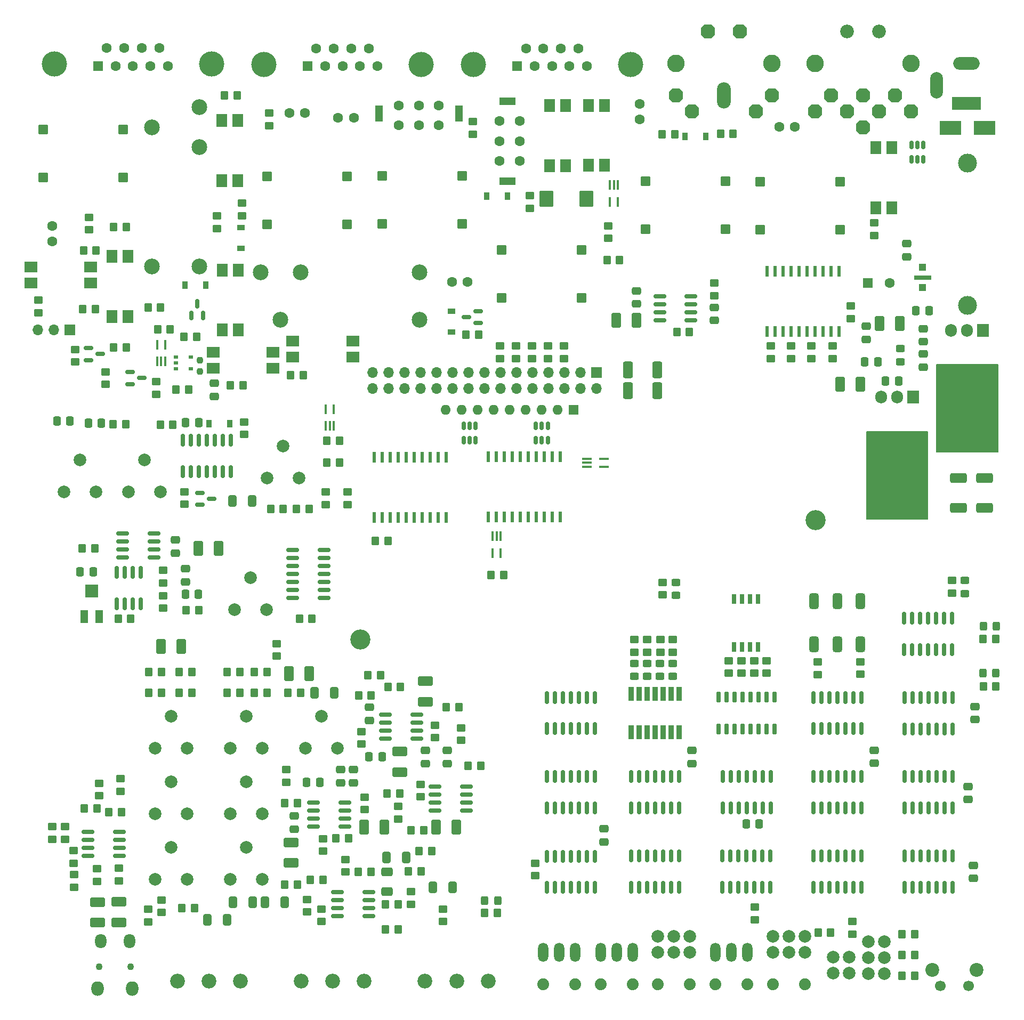
<source format=gts>
G04 #@! TF.GenerationSoftware,KiCad,Pcbnew,6.0.2+dfsg-1*
G04 #@! TF.CreationDate,2023-05-07T21:41:23+02:00*
G04 #@! TF.ProjectId,fm-rpt-control,666d2d72-7074-42d6-936f-6e74726f6c2e,A*
G04 #@! TF.SameCoordinates,Original*
G04 #@! TF.FileFunction,Soldermask,Top*
G04 #@! TF.FilePolarity,Negative*
%FSLAX46Y46*%
G04 Gerber Fmt 4.6, Leading zero omitted, Abs format (unit mm)*
G04 Created by KiCad (PCBNEW 6.0.2+dfsg-1) date 2023-05-07 21:41:23*
%MOMM*%
%LPD*%
G01*
G04 APERTURE LIST*
G04 Aperture macros list*
%AMRoundRect*
0 Rectangle with rounded corners*
0 $1 Rounding radius*
0 $2 $3 $4 $5 $6 $7 $8 $9 X,Y pos of 4 corners*
0 Add a 4 corners polygon primitive as box body*
4,1,4,$2,$3,$4,$5,$6,$7,$8,$9,$2,$3,0*
0 Add four circle primitives for the rounded corners*
1,1,$1+$1,$2,$3*
1,1,$1+$1,$4,$5*
1,1,$1+$1,$6,$7*
1,1,$1+$1,$8,$9*
0 Add four rect primitives between the rounded corners*
20,1,$1+$1,$2,$3,$4,$5,0*
20,1,$1+$1,$4,$5,$6,$7,0*
20,1,$1+$1,$6,$7,$8,$9,0*
20,1,$1+$1,$8,$9,$2,$3,0*%
%AMFreePoly0*
4,1,25,0.555019,1.072796,0.567142,1.062442,1.062442,0.567142,1.090949,0.511194,1.092200,0.495300,1.092200,-0.495300,1.072796,-0.555019,1.062442,-0.567142,0.567142,-1.062442,0.511194,-1.090949,0.495300,-1.092200,-0.495300,-1.092200,-0.555019,-1.072796,-0.567142,-1.062442,-1.062442,-0.567142,-1.090949,-0.511194,-1.092200,-0.495300,-1.092200,0.495300,-1.072796,0.555019,-1.062442,0.567142,
-0.567142,1.062442,-0.511194,1.090949,-0.495300,1.092200,0.495300,1.092200,0.555019,1.072796,0.555019,1.072796,$1*%
G04 Aperture macros list end*
%ADD10C,0.150000*%
%ADD11C,0.010000*%
%ADD12R,0.533400X1.803400*%
%ADD13R,1.300000X2.000000*%
%ADD14R,2.000000X2.000000*%
%ADD15C,2.000000*%
%ADD16RoundRect,0.150000X-0.150000X0.825000X-0.150000X-0.825000X0.150000X-0.825000X0.150000X0.825000X0*%
%ADD17RoundRect,0.250000X0.350000X0.450000X-0.350000X0.450000X-0.350000X-0.450000X0.350000X-0.450000X0*%
%ADD18RoundRect,0.250000X-0.350000X-0.450000X0.350000X-0.450000X0.350000X0.450000X-0.350000X0.450000X0*%
%ADD19RoundRect,0.250000X0.450000X-0.350000X0.450000X0.350000X-0.450000X0.350000X-0.450000X-0.350000X0*%
%ADD20RoundRect,0.250000X-0.450000X0.350000X-0.450000X-0.350000X0.450000X-0.350000X0.450000X0.350000X0*%
%ADD21RoundRect,0.150000X-0.825000X-0.150000X0.825000X-0.150000X0.825000X0.150000X-0.825000X0.150000X0*%
%ADD22RoundRect,0.150000X0.825000X0.150000X-0.825000X0.150000X-0.825000X-0.150000X0.825000X-0.150000X0*%
%ADD23RoundRect,0.250000X0.337500X0.475000X-0.337500X0.475000X-0.337500X-0.475000X0.337500X-0.475000X0*%
%ADD24RoundRect,0.250001X-0.499999X-0.924999X0.499999X-0.924999X0.499999X0.924999X-0.499999X0.924999X0*%
%ADD25RoundRect,0.250000X-0.475000X0.337500X-0.475000X-0.337500X0.475000X-0.337500X0.475000X0.337500X0*%
%ADD26RoundRect,0.250000X0.475000X-0.337500X0.475000X0.337500X-0.475000X0.337500X-0.475000X-0.337500X0*%
%ADD27RoundRect,0.250000X-0.337500X-0.475000X0.337500X-0.475000X0.337500X0.475000X-0.337500X0.475000X0*%
%ADD28RoundRect,0.250001X0.499999X0.924999X-0.499999X0.924999X-0.499999X-0.924999X0.499999X-0.924999X0*%
%ADD29RoundRect,0.250000X-0.412500X-0.650000X0.412500X-0.650000X0.412500X0.650000X-0.412500X0.650000X0*%
%ADD30C,1.600000*%
%ADD31R,1.200000X2.500000*%
%ADD32R,3.500000X2.300000*%
%ADD33O,1.625600X3.048000*%
%ADD34C,1.879600*%
%ADD35RoundRect,0.150000X0.150000X-0.587500X0.150000X0.587500X-0.150000X0.587500X-0.150000X-0.587500X0*%
%ADD36C,2.794000*%
%ADD37FreePoly0,180.000000*%
%ADD38O,2.184400X4.165600*%
%ADD39RoundRect,0.250000X-0.650000X0.412500X-0.650000X-0.412500X0.650000X-0.412500X0.650000X0.412500X0*%
%ADD40C,4.000000*%
%ADD41R,1.600000X1.600000*%
%ADD42RoundRect,0.250000X-0.450000X0.325000X-0.450000X-0.325000X0.450000X-0.325000X0.450000X0.325000X0*%
%ADD43RoundRect,0.250000X-0.875000X-1.025000X0.875000X-1.025000X0.875000X1.025000X-0.875000X1.025000X0*%
%ADD44O,1.600000X1.600000*%
%ADD45RoundRect,0.250000X0.412500X0.650000X-0.412500X0.650000X-0.412500X-0.650000X0.412500X-0.650000X0*%
%ADD46R,0.400000X1.500000*%
%ADD47R,1.700000X1.700000*%
%ADD48O,1.700000X1.700000*%
%ADD49RoundRect,0.101600X-0.654000X0.654000X-0.654000X-0.654000X0.654000X-0.654000X0.654000X0.654000X0*%
%ADD50RoundRect,0.101600X0.330200X1.016000X-0.330200X1.016000X-0.330200X-1.016000X0.330200X-1.016000X0*%
%ADD51C,2.003200*%
%ADD52RoundRect,0.101600X0.654000X-0.654000X0.654000X0.654000X-0.654000X0.654000X-0.654000X-0.654000X0*%
%ADD53RoundRect,0.150000X0.150000X-0.512500X0.150000X0.512500X-0.150000X0.512500X-0.150000X-0.512500X0*%
%ADD54RoundRect,0.375000X0.375000X-0.875000X0.375000X0.875000X-0.375000X0.875000X-0.375000X-0.875000X0*%
%ADD55C,2.340000*%
%ADD56R,2.500000X1.200000*%
%ADD57R,1.780000X2.000000*%
%ADD58RoundRect,0.237500X0.237500X-0.250000X0.237500X0.250000X-0.237500X0.250000X-0.237500X-0.250000X0*%
%ADD59RoundRect,0.249999X-0.512501X-1.075001X0.512501X-1.075001X0.512501X1.075001X-0.512501X1.075001X0*%
%ADD60R,0.900000X1.200000*%
%ADD61RoundRect,0.150000X-0.587500X-0.150000X0.587500X-0.150000X0.587500X0.150000X-0.587500X0.150000X0*%
%ADD62R,0.700000X0.510000*%
%ADD63C,1.100000*%
%ADD64O,1.800000X2.300000*%
%ADD65O,2.000000X2.300000*%
%ADD66R,1.500000X0.400000*%
%ADD67R,2.000000X1.780000*%
%ADD68C,2.200000*%
%ADD69C,1.700000*%
%ADD70RoundRect,0.150000X0.587500X0.150000X-0.587500X0.150000X-0.587500X-0.150000X0.587500X-0.150000X0*%
%ADD71RoundRect,0.150000X-0.150000X0.725000X-0.150000X-0.725000X0.150000X-0.725000X0.150000X0.725000X0*%
%ADD72RoundRect,0.250001X-0.924999X0.499999X-0.924999X-0.499999X0.924999X-0.499999X0.924999X0.499999X0*%
%ADD73RoundRect,0.249999X-1.075001X0.512501X-1.075001X-0.512501X1.075001X-0.512501X1.075001X0.512501X0*%
%ADD74RoundRect,0.250000X-0.325000X-0.450000X0.325000X-0.450000X0.325000X0.450000X-0.325000X0.450000X0*%
%ADD75RoundRect,0.250001X0.924999X-0.499999X0.924999X0.499999X-0.924999X0.499999X-0.924999X-0.499999X0*%
%ADD76C,3.200000*%
%ADD77O,3.500000X3.500000*%
%ADD78R,1.905000X2.000000*%
%ADD79O,1.905000X2.000000*%
%ADD80R,1.200000X0.900000*%
%ADD81R,4.600000X2.000000*%
%ADD82O,4.200000X2.000000*%
%ADD83O,2.000000X4.200000*%
%ADD84C,3.000000*%
%ADD85C,2.500000*%
%ADD86R,0.760000X1.600000*%
%ADD87RoundRect,0.250000X0.450000X-0.325000X0.450000X0.325000X-0.450000X0.325000X-0.450000X-0.325000X0*%
%ADD88C,2.184400*%
G04 APERTURE END LIST*
D10*
X150890000Y-81660000D02*
X160580000Y-81660000D01*
X160580000Y-81660000D02*
X160580000Y-95560000D01*
X160580000Y-95560000D02*
X150890000Y-95560000D01*
X150890000Y-95560000D02*
X150890000Y-81660000D01*
G36*
X150890000Y-81660000D02*
G01*
X160580000Y-81660000D01*
X160580000Y-95560000D01*
X150890000Y-95560000D01*
X150890000Y-81660000D01*
G37*
X162000000Y-70960000D02*
X171690000Y-70960000D01*
X171690000Y-70960000D02*
X171690000Y-84860000D01*
X171690000Y-84860000D02*
X162000000Y-84860000D01*
X162000000Y-84860000D02*
X162000000Y-70960000D01*
G36*
X162000000Y-70960000D02*
G01*
X171690000Y-70960000D01*
X171690000Y-84860000D01*
X162000000Y-84860000D01*
X162000000Y-70960000D01*
G37*
D11*
X160220000Y-55020000D02*
X160220000Y-56020000D01*
X160220000Y-56020000D02*
X159220000Y-56020000D01*
X159220000Y-56020000D02*
X159220000Y-55020000D01*
X159220000Y-55020000D02*
X160220000Y-55020000D01*
G36*
X160220000Y-56020000D02*
G01*
X159220000Y-56020000D01*
X159220000Y-55020000D01*
X160220000Y-55020000D01*
X160220000Y-56020000D01*
G37*
X160220000Y-56020000D02*
X159220000Y-56020000D01*
X159220000Y-55020000D01*
X160220000Y-55020000D01*
X160220000Y-56020000D01*
X160220000Y-58220000D02*
X160220000Y-59220000D01*
X160220000Y-59220000D02*
X159220000Y-59220000D01*
X159220000Y-59220000D02*
X159220000Y-58220000D01*
X159220000Y-58220000D02*
X160220000Y-58220000D01*
G36*
X160220000Y-59220000D02*
G01*
X159220000Y-59220000D01*
X159220000Y-58220000D01*
X160220000Y-58220000D01*
X160220000Y-59220000D01*
G37*
X160220000Y-59220000D02*
X159220000Y-59220000D01*
X159220000Y-58220000D01*
X160220000Y-58220000D01*
X160220000Y-59220000D01*
X161020000Y-56820000D02*
X161020000Y-57420000D01*
X161020000Y-57420000D02*
X158420000Y-57420000D01*
X158420000Y-57420000D02*
X158420000Y-56820000D01*
X158420000Y-56820000D02*
X161020000Y-56820000D01*
G36*
X161020000Y-57420000D02*
G01*
X158420000Y-57420000D01*
X158420000Y-56820000D01*
X161020000Y-56820000D01*
X161020000Y-57420000D01*
G37*
X161020000Y-57420000D02*
X158420000Y-57420000D01*
X158420000Y-56820000D01*
X161020000Y-56820000D01*
X161020000Y-57420000D01*
D12*
X84065000Y-85724800D03*
X82795000Y-85724800D03*
X81525000Y-85724800D03*
X80255000Y-85724800D03*
X78985000Y-85724800D03*
X77715000Y-85724800D03*
X76445000Y-85724800D03*
X75175000Y-85724800D03*
X73905000Y-85724800D03*
X72635000Y-85724800D03*
X72635000Y-95275200D03*
X73905000Y-95275200D03*
X75175000Y-95275200D03*
X76445000Y-95275200D03*
X77715000Y-95275200D03*
X78985000Y-95275200D03*
X80255000Y-95275200D03*
X81525000Y-95275200D03*
X82795000Y-95275200D03*
X84065000Y-95275200D03*
X102201000Y-85616800D03*
X100931000Y-85616800D03*
X99661000Y-85616800D03*
X98391000Y-85616800D03*
X97121000Y-85616800D03*
X95851000Y-85616800D03*
X94581000Y-85616800D03*
X93311000Y-85616800D03*
X92041000Y-85616800D03*
X90771000Y-85616800D03*
X90771000Y-95167200D03*
X92041000Y-95167200D03*
X93311000Y-95167200D03*
X94581000Y-95167200D03*
X95851000Y-95167200D03*
X97121000Y-95167200D03*
X98391000Y-95167200D03*
X99661000Y-95167200D03*
X100931000Y-95167200D03*
X102201000Y-95167200D03*
X135035000Y-65725200D03*
X136305000Y-65725200D03*
X137575000Y-65725200D03*
X138845000Y-65725200D03*
X140115000Y-65725200D03*
X141385000Y-65725200D03*
X142655000Y-65725200D03*
X143925000Y-65725200D03*
X145195000Y-65725200D03*
X146465000Y-65725200D03*
X146465000Y-56174800D03*
X145195000Y-56174800D03*
X143925000Y-56174800D03*
X142655000Y-56174800D03*
X141385000Y-56174800D03*
X140115000Y-56174800D03*
X138845000Y-56174800D03*
X137575000Y-56174800D03*
X136305000Y-56174800D03*
X135035000Y-56174800D03*
D13*
X26650000Y-111000000D03*
D14*
X27800000Y-107000000D03*
D13*
X28950000Y-111000000D03*
D15*
X50460000Y-109955000D03*
X53000000Y-104875000D03*
X55540000Y-109955000D03*
D16*
X35605000Y-104025000D03*
X34335000Y-104025000D03*
X33065000Y-104025000D03*
X31795000Y-104025000D03*
X31795000Y-108975000D03*
X33065000Y-108975000D03*
X34335000Y-108975000D03*
X35605000Y-108975000D03*
D17*
X44800000Y-110000000D03*
X42800000Y-110000000D03*
D18*
X60800000Y-111400000D03*
X62800000Y-111400000D03*
X32000000Y-111400000D03*
X34000000Y-111400000D03*
D19*
X39100000Y-105700000D03*
X39100000Y-103700000D03*
D18*
X26300000Y-100200000D03*
X28300000Y-100200000D03*
D20*
X39100000Y-107700000D03*
X39100000Y-109700000D03*
D21*
X59725000Y-100490000D03*
X59725000Y-101760000D03*
X59725000Y-103030000D03*
X59725000Y-104300000D03*
X59725000Y-105570000D03*
X59725000Y-106840000D03*
X59725000Y-108110000D03*
X64675000Y-108110000D03*
X64675000Y-106840000D03*
X64675000Y-105570000D03*
X64675000Y-104300000D03*
X64675000Y-103030000D03*
X64675000Y-101760000D03*
X64675000Y-100490000D03*
D22*
X32725000Y-101605000D03*
X32725000Y-100335000D03*
X32725000Y-99065000D03*
X32725000Y-97795000D03*
X37675000Y-97795000D03*
X37675000Y-99065000D03*
X37675000Y-100335000D03*
X37675000Y-101605000D03*
D23*
X44737500Y-107500000D03*
X42662500Y-107500000D03*
D24*
X44700000Y-100200000D03*
X47950000Y-100200000D03*
D25*
X41100000Y-98862500D03*
X41100000Y-100937500D03*
D26*
X42700000Y-105537500D03*
X42700000Y-103462500D03*
D27*
X25962500Y-103900000D03*
X28037500Y-103900000D03*
D28*
X114325000Y-63950000D03*
X111075000Y-63950000D03*
D29*
X74637500Y-149352000D03*
X77762500Y-149352000D03*
D30*
X76575000Y-29826000D03*
X79750000Y-29826000D03*
X82925000Y-29826000D03*
X76575000Y-33001000D03*
X79750000Y-33001000D03*
X82925000Y-33001000D03*
D31*
X73400000Y-31096000D03*
X86100000Y-31096000D03*
D25*
X157226000Y-51794500D03*
X157226000Y-53869500D03*
D17*
X58200000Y-93900000D03*
X56200000Y-93900000D03*
D28*
X149875000Y-74150000D03*
X146625000Y-74150000D03*
D17*
X89250000Y-66250000D03*
X87250000Y-66250000D03*
X81772000Y-148336000D03*
X79772000Y-148336000D03*
D32*
X169630000Y-33370000D03*
X164230000Y-33370000D03*
D33*
X104550000Y-164400000D03*
X102010000Y-164400000D03*
X99470000Y-164400000D03*
D34*
X104550000Y-169480000D03*
X99470000Y-169480000D03*
D20*
X25000000Y-152050000D03*
X25000000Y-154050000D03*
D15*
X42926000Y-131941000D03*
X40386000Y-126861000D03*
X37846000Y-131941000D03*
D35*
X43630000Y-63207500D03*
X45530000Y-63207500D03*
X44580000Y-61332500D03*
D15*
X54864000Y-142355000D03*
X52324000Y-137275000D03*
X49784000Y-142355000D03*
D36*
X135820000Y-23130000D03*
X120580000Y-23130000D03*
D37*
X120580000Y-28210000D03*
D38*
X128200000Y-28210000D03*
D37*
X135820000Y-28210000D03*
X123120000Y-30750000D03*
X133280000Y-30750000D03*
X130740000Y-18050000D03*
X125660000Y-18050000D03*
D39*
X74676000Y-151638000D03*
X74676000Y-154763000D03*
D19*
X97756000Y-70056000D03*
X97756000Y-68056000D03*
X64262000Y-159496000D03*
X64262000Y-157496000D03*
D16*
X121110000Y-136465000D03*
X119840000Y-136465000D03*
X118570000Y-136465000D03*
X117300000Y-136465000D03*
X116030000Y-136465000D03*
X114760000Y-136465000D03*
X113490000Y-136465000D03*
X113490000Y-141415000D03*
X114760000Y-141415000D03*
X116030000Y-141415000D03*
X117300000Y-141415000D03*
X118570000Y-141415000D03*
X119840000Y-141415000D03*
X121110000Y-141415000D03*
D18*
X72850000Y-99050000D03*
X74850000Y-99050000D03*
D16*
X150070000Y-136455000D03*
X148800000Y-136455000D03*
X147530000Y-136455000D03*
X146260000Y-136455000D03*
X144990000Y-136455000D03*
X143720000Y-136455000D03*
X142450000Y-136455000D03*
X142450000Y-141405000D03*
X143720000Y-141405000D03*
X144990000Y-141405000D03*
X146260000Y-141405000D03*
X147530000Y-141405000D03*
X148800000Y-141405000D03*
X150070000Y-141405000D03*
D18*
X49292000Y-123190000D03*
X51292000Y-123190000D03*
D26*
X159860000Y-71387500D03*
X159860000Y-69312500D03*
D19*
X129000000Y-120050000D03*
X129000000Y-118050000D03*
X32400000Y-138800000D03*
X32400000Y-136800000D03*
D40*
X46850000Y-23280331D03*
X21850000Y-23280331D03*
D41*
X28810000Y-23580331D03*
D30*
X31580000Y-23580331D03*
X34350000Y-23580331D03*
X37120000Y-23580331D03*
X39890000Y-23580331D03*
X30195000Y-20740331D03*
X32965000Y-20740331D03*
X35735000Y-20740331D03*
X38505000Y-20740331D03*
D42*
X120100000Y-118475000D03*
X120100000Y-120525000D03*
D43*
X100000000Y-44700000D03*
X106400000Y-44700000D03*
D26*
X59944000Y-144785500D03*
X59944000Y-142710500D03*
D16*
X121120000Y-149095000D03*
X119850000Y-149095000D03*
X118580000Y-149095000D03*
X117310000Y-149095000D03*
X116040000Y-149095000D03*
X114770000Y-149095000D03*
X113500000Y-149095000D03*
X113500000Y-154045000D03*
X114770000Y-154045000D03*
X116040000Y-154045000D03*
X117310000Y-154045000D03*
X118580000Y-154045000D03*
X119850000Y-154045000D03*
X121120000Y-154045000D03*
D41*
X104375000Y-78200000D03*
D44*
X101835000Y-78200000D03*
X99295000Y-78200000D03*
X96755000Y-78200000D03*
X94215000Y-78200000D03*
X91675000Y-78200000D03*
X89135000Y-78200000D03*
X86595000Y-78200000D03*
X84055000Y-78200000D03*
D18*
X41672000Y-123190000D03*
X43672000Y-123190000D03*
D17*
X43200000Y-74950000D03*
X41200000Y-74950000D03*
D16*
X49860000Y-83025000D03*
X48590000Y-83025000D03*
X47320000Y-83025000D03*
X46050000Y-83025000D03*
X44780000Y-83025000D03*
X43510000Y-83025000D03*
X42240000Y-83025000D03*
X42240000Y-87975000D03*
X43510000Y-87975000D03*
X44780000Y-87975000D03*
X46050000Y-87975000D03*
X47320000Y-87975000D03*
X48590000Y-87975000D03*
X49860000Y-87975000D03*
D17*
X32500000Y-142100000D03*
X30500000Y-142100000D03*
D45*
X58458500Y-156464000D03*
X55333500Y-156464000D03*
D46*
X92750000Y-98270000D03*
X92100000Y-98270000D03*
X91450000Y-98270000D03*
X91450000Y-100930000D03*
X92750000Y-100930000D03*
D15*
X148070000Y-165130000D03*
X145530000Y-165130000D03*
X148070000Y-167670000D03*
X145530000Y-167670000D03*
D46*
X111400000Y-42470000D03*
X110750000Y-42470000D03*
X110100000Y-42470000D03*
X110100000Y-45130000D03*
X111400000Y-45130000D03*
D20*
X135670000Y-68030000D03*
X135670000Y-70030000D03*
D47*
X24335000Y-65500000D03*
D48*
X21795000Y-65500000D03*
X19255000Y-65500000D03*
D20*
X143100000Y-118250000D03*
X143100000Y-120250000D03*
D17*
X67150000Y-86570000D03*
X65150000Y-86570000D03*
D19*
X28950000Y-139500000D03*
X28950000Y-137500000D03*
D16*
X135600000Y-149085000D03*
X134330000Y-149085000D03*
X133060000Y-149085000D03*
X131790000Y-149085000D03*
X130520000Y-149085000D03*
X129250000Y-149085000D03*
X127980000Y-149085000D03*
X127980000Y-154035000D03*
X129250000Y-154035000D03*
X130520000Y-154035000D03*
X131790000Y-154035000D03*
X133060000Y-154035000D03*
X134330000Y-154035000D03*
X135600000Y-154035000D03*
D30*
X114830000Y-29570000D03*
X114830000Y-32070000D03*
D49*
X105615000Y-60375000D03*
X105615000Y-52755000D03*
X92915000Y-60375000D03*
X92915000Y-52755000D03*
D18*
X127690000Y-34320000D03*
X129690000Y-34320000D03*
D30*
X59200000Y-31000000D03*
X61700000Y-31000000D03*
D20*
X71120000Y-139716000D03*
X71120000Y-141716000D03*
D21*
X63057000Y-140573000D03*
X63057000Y-141843000D03*
X63057000Y-143113000D03*
X63057000Y-144383000D03*
X68007000Y-144383000D03*
X68007000Y-143113000D03*
X68007000Y-141843000D03*
X68007000Y-140573000D03*
D20*
X82296000Y-128286000D03*
X82296000Y-130286000D03*
D21*
X27225000Y-145245000D03*
X27225000Y-146515000D03*
X27225000Y-147785000D03*
X27225000Y-149055000D03*
X32175000Y-149055000D03*
X32175000Y-147785000D03*
X32175000Y-146515000D03*
X32175000Y-145245000D03*
D19*
X28600000Y-153100000D03*
X28600000Y-151100000D03*
D18*
X53610000Y-123190000D03*
X55610000Y-123190000D03*
D50*
X121110000Y-123306600D03*
X119840000Y-123306600D03*
X118570000Y-123306600D03*
X117300000Y-123306600D03*
X116030000Y-123306600D03*
X114760000Y-123306600D03*
X113490000Y-123306600D03*
X113490000Y-129453400D03*
X114760000Y-129453400D03*
X116030000Y-129453400D03*
X117300000Y-129453400D03*
X118570000Y-129453400D03*
X119840000Y-129453400D03*
X121110000Y-129453400D03*
D26*
X84300000Y-134387500D03*
X84300000Y-132312500D03*
D51*
X122790000Y-164420000D03*
X120250000Y-164420000D03*
X117710000Y-164420000D03*
X122790000Y-161880000D03*
X120250000Y-161880000D03*
X117710000Y-161880000D03*
D34*
X122790000Y-169500000D03*
X117710000Y-169500000D03*
D27*
X22262500Y-80000000D03*
X24337500Y-80000000D03*
D18*
X31200000Y-80500000D03*
X33200000Y-80500000D03*
D19*
X118500000Y-107600000D03*
X118500000Y-105600000D03*
D18*
X58944000Y-123190000D03*
X60944000Y-123190000D03*
D19*
X92676000Y-70056000D03*
X92676000Y-68056000D03*
X80010000Y-139684000D03*
X80010000Y-137684000D03*
D17*
X76850000Y-122200000D03*
X74850000Y-122200000D03*
D20*
X42550000Y-91200000D03*
X42550000Y-93200000D03*
D52*
X55675000Y-41095000D03*
X55675000Y-48715000D03*
X68375000Y-41095000D03*
X68375000Y-48715000D03*
D53*
X98330000Y-83037500D03*
X99280000Y-83037500D03*
X100230000Y-83037500D03*
X100230000Y-80762500D03*
X99280000Y-80762500D03*
X98330000Y-80762500D03*
D20*
X149883500Y-118200000D03*
X149883500Y-120200000D03*
D16*
X107720000Y-136475000D03*
X106450000Y-136475000D03*
X105180000Y-136475000D03*
X103910000Y-136475000D03*
X102640000Y-136475000D03*
X101370000Y-136475000D03*
X100100000Y-136475000D03*
X100100000Y-141425000D03*
X101370000Y-141425000D03*
X102640000Y-141425000D03*
X103910000Y-141425000D03*
X105180000Y-141425000D03*
X106450000Y-141425000D03*
X107720000Y-141425000D03*
D20*
X58674000Y-135382000D03*
X58674000Y-137382000D03*
D16*
X107710000Y-123895000D03*
X106440000Y-123895000D03*
X105170000Y-123895000D03*
X103900000Y-123895000D03*
X102630000Y-123895000D03*
X101360000Y-123895000D03*
X100090000Y-123895000D03*
X100090000Y-128845000D03*
X101360000Y-128845000D03*
X102630000Y-128845000D03*
X103900000Y-128845000D03*
X105170000Y-128845000D03*
X106440000Y-128845000D03*
X107710000Y-128845000D03*
D54*
X142552000Y-115479000D03*
X146235000Y-115479000D03*
X149918000Y-115479000D03*
X142552000Y-108621000D03*
X146235000Y-108621000D03*
X149918000Y-108621000D03*
D30*
X66950000Y-31800000D03*
X69450000Y-31800000D03*
D45*
X53378500Y-156464000D03*
X50253500Y-156464000D03*
D19*
X24950000Y-150250000D03*
X24950000Y-148250000D03*
D55*
X41450000Y-168950000D03*
X46450000Y-168950000D03*
X51450000Y-168950000D03*
D18*
X70120000Y-151638000D03*
X72120000Y-151638000D03*
D30*
X92576000Y-38675000D03*
X92576000Y-35500000D03*
X92576000Y-32325000D03*
X95751000Y-38675000D03*
X95751000Y-35500000D03*
X95751000Y-32325000D03*
D56*
X93846000Y-41850000D03*
X93846000Y-29150000D03*
D19*
X164450000Y-107300000D03*
X164450000Y-105300000D03*
D18*
X38280000Y-65370000D03*
X40280000Y-65370000D03*
D21*
X74487000Y-126619000D03*
X74487000Y-127889000D03*
X74487000Y-129159000D03*
X74487000Y-130429000D03*
X79437000Y-130429000D03*
X79437000Y-129159000D03*
X79437000Y-127889000D03*
X79437000Y-126619000D03*
D57*
X51070000Y-55985000D03*
X48530000Y-55985000D03*
X48530000Y-65515000D03*
X51070000Y-65515000D03*
D26*
X150850000Y-66987500D03*
X150850000Y-64912500D03*
D58*
X45000000Y-72112500D03*
X45000000Y-70287500D03*
D59*
X112944500Y-71850000D03*
X117619500Y-71850000D03*
D26*
X114325000Y-61362500D03*
X114325000Y-59287500D03*
D57*
X100530000Y-39415000D03*
X103070000Y-39415000D03*
X103070000Y-29885000D03*
X100530000Y-29885000D03*
D21*
X66867000Y-154813000D03*
X66867000Y-156083000D03*
X66867000Y-157353000D03*
X66867000Y-158623000D03*
X71817000Y-158623000D03*
X71817000Y-157353000D03*
X71817000Y-156083000D03*
X71817000Y-154813000D03*
D17*
X50900000Y-28200000D03*
X48900000Y-28200000D03*
D47*
X107939000Y-72265000D03*
D48*
X107939000Y-74805000D03*
X105399000Y-72265000D03*
X105399000Y-74805000D03*
X102859000Y-72265000D03*
X102859000Y-74805000D03*
X100319000Y-72265000D03*
X100319000Y-74805000D03*
X97779000Y-72265000D03*
X97779000Y-74805000D03*
X95239000Y-72265000D03*
X95239000Y-74805000D03*
X92699000Y-72265000D03*
X92699000Y-74805000D03*
X90159000Y-72265000D03*
X90159000Y-74805000D03*
X87619000Y-72265000D03*
X87619000Y-74805000D03*
X85079000Y-72265000D03*
X85079000Y-74805000D03*
X82539000Y-72265000D03*
X82539000Y-74805000D03*
X79999000Y-72265000D03*
X79999000Y-74805000D03*
X77459000Y-72265000D03*
X77459000Y-74805000D03*
X74919000Y-72265000D03*
X74919000Y-74805000D03*
X72379000Y-72265000D03*
X72379000Y-74805000D03*
D16*
X164540000Y-136475000D03*
X163270000Y-136475000D03*
X162000000Y-136475000D03*
X160730000Y-136475000D03*
X159460000Y-136475000D03*
X158190000Y-136475000D03*
X156920000Y-136475000D03*
X156920000Y-141425000D03*
X158190000Y-141425000D03*
X159460000Y-141425000D03*
X160730000Y-141425000D03*
X162000000Y-141425000D03*
X163270000Y-141425000D03*
X164540000Y-141425000D03*
D57*
X106730000Y-39365000D03*
X109270000Y-39365000D03*
X109270000Y-29835000D03*
X106730000Y-29835000D03*
D15*
X28440000Y-91200000D03*
X25900000Y-86120000D03*
X23360000Y-91200000D03*
D52*
X115735000Y-41905000D03*
X115735000Y-49525000D03*
X128435000Y-41905000D03*
X128435000Y-49525000D03*
D60*
X93800000Y-44200000D03*
X90500000Y-44200000D03*
D52*
X73925000Y-41045000D03*
X73925000Y-48665000D03*
X86625000Y-41045000D03*
X86625000Y-48665000D03*
D19*
X32100000Y-153000000D03*
X32100000Y-151000000D03*
D61*
X44962500Y-91400000D03*
X44962500Y-93300000D03*
X46837500Y-92350000D03*
D18*
X71644000Y-120396000D03*
X73644000Y-120396000D03*
D30*
X21520000Y-51450000D03*
X21520000Y-48950000D03*
D62*
X41190000Y-69800000D03*
X41190000Y-70750000D03*
X41190000Y-71700000D03*
X43510000Y-71700000D03*
X43510000Y-69800000D03*
D42*
X120550000Y-105625000D03*
X120550000Y-107675000D03*
D24*
X59081000Y-120142000D03*
X62331000Y-120142000D03*
D63*
X34000000Y-166625000D03*
X29000000Y-166625000D03*
D64*
X29200000Y-162625000D03*
X33800000Y-162625000D03*
D65*
X28750000Y-170125000D03*
X34250000Y-170125000D03*
D19*
X61976000Y-157972000D03*
X61976000Y-155972000D03*
D66*
X106470000Y-85950000D03*
X106470000Y-86600000D03*
X106470000Y-87250000D03*
X109130000Y-87250000D03*
X109130000Y-85950000D03*
D67*
X27635000Y-58060000D03*
X27635000Y-55520000D03*
X18105000Y-55520000D03*
X18105000Y-58060000D03*
D57*
X50970000Y-32255000D03*
X48430000Y-32255000D03*
X48430000Y-41785000D03*
X50970000Y-41785000D03*
D45*
X85112500Y-154050000D03*
X81987500Y-154050000D03*
D68*
X161350000Y-167200000D03*
X168350000Y-167200000D03*
D69*
X167100000Y-169700000D03*
X162600000Y-169700000D03*
D19*
X27400000Y-49610000D03*
X27400000Y-47610000D03*
D67*
X47085000Y-69080000D03*
X47085000Y-71620000D03*
X56615000Y-71620000D03*
X56615000Y-69080000D03*
D19*
X113950000Y-116700000D03*
X113950000Y-114700000D03*
D26*
X67310000Y-137435500D03*
X67310000Y-135360500D03*
D18*
X36846000Y-119888000D03*
X38846000Y-119888000D03*
D19*
X131000000Y-120050000D03*
X131000000Y-118050000D03*
D60*
X122070000Y-34730000D03*
X125370000Y-34730000D03*
D19*
X102836000Y-70056000D03*
X102836000Y-68056000D03*
D53*
X158000000Y-38375000D03*
X158950000Y-38375000D03*
X159900000Y-38375000D03*
X159900000Y-36100000D03*
X158950000Y-36100000D03*
X158000000Y-36100000D03*
D20*
X38850000Y-156050000D03*
X38850000Y-158050000D03*
D19*
X97350000Y-46150000D03*
X97350000Y-44150000D03*
D17*
X68564000Y-146304000D03*
X66564000Y-146304000D03*
D20*
X78486000Y-154740500D03*
X78486000Y-156740500D03*
D19*
X148575000Y-161500000D03*
X148575000Y-159500000D03*
D25*
X168050000Y-125312500D03*
X168050000Y-127387500D03*
D70*
X89185500Y-64424000D03*
X89185500Y-62524000D03*
X87310500Y-63474000D03*
D23*
X73935500Y-133350000D03*
X71860500Y-133350000D03*
D21*
X82361000Y-138049000D03*
X82361000Y-139319000D03*
X82361000Y-140589000D03*
X82361000Y-141859000D03*
X87311000Y-141859000D03*
X87311000Y-140589000D03*
X87311000Y-139319000D03*
X87311000Y-138049000D03*
D18*
X42100000Y-157350000D03*
X44100000Y-157350000D03*
D42*
X166500000Y-105325000D03*
X166500000Y-107375000D03*
D16*
X164500000Y-123935000D03*
X163230000Y-123935000D03*
X161960000Y-123935000D03*
X160690000Y-123935000D03*
X159420000Y-123935000D03*
X158150000Y-123935000D03*
X156880000Y-123935000D03*
X156880000Y-128885000D03*
X158150000Y-128885000D03*
X159420000Y-128885000D03*
X160690000Y-128885000D03*
X161960000Y-128885000D03*
X163230000Y-128885000D03*
X164500000Y-128885000D03*
D18*
X109650000Y-54400000D03*
X111650000Y-54400000D03*
D15*
X38700000Y-91200000D03*
X36160000Y-86120000D03*
X33620000Y-91200000D03*
D71*
X136275000Y-123795000D03*
X135005000Y-123795000D03*
X133735000Y-123795000D03*
X132465000Y-123795000D03*
X131195000Y-123795000D03*
X129925000Y-123795000D03*
X128655000Y-123795000D03*
X127385000Y-123795000D03*
X127385000Y-128945000D03*
X128655000Y-128945000D03*
X129925000Y-128945000D03*
X131195000Y-128945000D03*
X132465000Y-128945000D03*
X133735000Y-128945000D03*
X135005000Y-128945000D03*
X136275000Y-128945000D03*
D15*
X60740000Y-89055000D03*
X58200000Y-83975000D03*
X55660000Y-89055000D03*
D23*
X133837500Y-144000000D03*
X131762500Y-144000000D03*
D18*
X53610000Y-119888000D03*
X55610000Y-119888000D03*
D20*
X98250000Y-150200000D03*
X98250000Y-152200000D03*
D15*
X42926000Y-142355000D03*
X40386000Y-137275000D03*
X37846000Y-142355000D03*
D46*
X64950000Y-80750000D03*
X65600000Y-80750000D03*
X66250000Y-80750000D03*
X66250000Y-78090000D03*
X64950000Y-78090000D03*
D19*
X68450000Y-93250000D03*
X68450000Y-91250000D03*
D27*
X27262500Y-80300000D03*
X29337500Y-80300000D03*
D17*
X51800000Y-74300000D03*
X49800000Y-74300000D03*
D20*
X23530000Y-144440000D03*
X23530000Y-146440000D03*
D18*
X156500000Y-168148000D03*
X158500000Y-168148000D03*
D72*
X28700000Y-156425000D03*
X28700000Y-159675000D03*
D28*
X85699000Y-144526000D03*
X82449000Y-144526000D03*
D15*
X42926000Y-152769000D03*
X40386000Y-147689000D03*
X37846000Y-152769000D03*
D18*
X31258000Y-68326000D03*
X33258000Y-68326000D03*
D23*
X44787500Y-80250000D03*
X42712500Y-80250000D03*
D18*
X156500000Y-164800000D03*
X158500000Y-164800000D03*
D20*
X38000000Y-73700000D03*
X38000000Y-75700000D03*
D17*
X120380000Y-34380000D03*
X118380000Y-34380000D03*
D19*
X51660000Y-47380000D03*
X51660000Y-45380000D03*
D25*
X167850000Y-150562500D03*
X167850000Y-152637500D03*
D27*
X61954500Y-137398000D03*
X64029500Y-137398000D03*
D15*
X54864000Y-152769000D03*
X52324000Y-147689000D03*
X49784000Y-152769000D03*
D17*
X72200000Y-123550000D03*
X70200000Y-123550000D03*
D18*
X42460000Y-66580000D03*
X44460000Y-66580000D03*
D17*
X61375000Y-72650000D03*
X59375000Y-72650000D03*
D18*
X143175000Y-161290000D03*
X145175000Y-161290000D03*
D73*
X169650000Y-89062500D03*
X169650000Y-93737500D03*
D19*
X86450000Y-130700000D03*
X86450000Y-128700000D03*
D16*
X150060000Y-149085000D03*
X148790000Y-149085000D03*
X147520000Y-149085000D03*
X146250000Y-149085000D03*
X144980000Y-149085000D03*
X143710000Y-149085000D03*
X142440000Y-149085000D03*
X142440000Y-154035000D03*
X143710000Y-154035000D03*
X144980000Y-154035000D03*
X146250000Y-154035000D03*
X147520000Y-154035000D03*
X148790000Y-154035000D03*
X150060000Y-154035000D03*
D20*
X133150000Y-157200000D03*
X133150000Y-159200000D03*
D27*
X158692500Y-62470000D03*
X160767500Y-62470000D03*
D29*
X50137500Y-92700000D03*
X53262500Y-92700000D03*
D74*
X90225000Y-156200000D03*
X92275000Y-156200000D03*
D16*
X150050000Y-123905000D03*
X148780000Y-123905000D03*
X147510000Y-123905000D03*
X146240000Y-123905000D03*
X144970000Y-123905000D03*
X143700000Y-123905000D03*
X142430000Y-123905000D03*
X142430000Y-128855000D03*
X143700000Y-128855000D03*
X144970000Y-128855000D03*
X146240000Y-128855000D03*
X147510000Y-128855000D03*
X148780000Y-128855000D03*
X150050000Y-128855000D03*
D17*
X62300000Y-93900000D03*
X60300000Y-93900000D03*
D19*
X83566000Y-159496000D03*
X83566000Y-157496000D03*
D75*
X80772000Y-124561000D03*
X80772000Y-121311000D03*
D18*
X36750000Y-61900000D03*
X38750000Y-61900000D03*
X78100000Y-151525000D03*
X80100000Y-151525000D03*
D15*
X66802000Y-131941000D03*
X64262000Y-126861000D03*
X61722000Y-131941000D03*
D21*
X118021250Y-60157500D03*
X118021250Y-61427500D03*
X118021250Y-62697500D03*
X118021250Y-63967500D03*
X122971250Y-63967500D03*
X122971250Y-62697500D03*
X122971250Y-61427500D03*
X122971250Y-60157500D03*
D15*
X54864000Y-131941000D03*
X52324000Y-126861000D03*
X49784000Y-131941000D03*
D17*
X86100000Y-125450000D03*
X84100000Y-125450000D03*
D42*
X113950000Y-118475000D03*
X113950000Y-120525000D03*
D18*
X62500000Y-152908000D03*
X64500000Y-152908000D03*
D19*
X95216000Y-70056000D03*
X95216000Y-68056000D03*
D76*
X142800000Y-95700000D03*
D27*
X150600500Y-70612000D03*
X152675500Y-70612000D03*
D18*
X36846000Y-123190000D03*
X38846000Y-123190000D03*
D77*
X166800000Y-82230000D03*
D78*
X169340000Y-65570000D03*
D79*
X166800000Y-65570000D03*
X164260000Y-65570000D03*
D19*
X64950000Y-93250000D03*
X64950000Y-91250000D03*
D74*
X169400000Y-112575000D03*
X171450000Y-112575000D03*
D28*
X156155000Y-64490000D03*
X152905000Y-64490000D03*
D59*
X112944500Y-75152000D03*
X117619500Y-75152000D03*
D17*
X122746250Y-65812500D03*
X120746250Y-65812500D03*
D26*
X47300000Y-76037500D03*
X47300000Y-73962500D03*
D20*
X52000000Y-80100000D03*
X52000000Y-82100000D03*
D42*
X116000000Y-118475000D03*
X116000000Y-120525000D03*
D18*
X49292000Y-119888000D03*
X51292000Y-119888000D03*
D52*
X133975000Y-41915000D03*
X133975000Y-49535000D03*
X146675000Y-41915000D03*
X146675000Y-49535000D03*
D17*
X171375000Y-114625000D03*
X169375000Y-114625000D03*
D19*
X133000000Y-120050000D03*
X133000000Y-118050000D03*
D20*
X76454000Y-141224000D03*
X76454000Y-143224000D03*
D80*
X51510000Y-52560000D03*
X51510000Y-49260000D03*
D19*
X36800000Y-159550000D03*
X36800000Y-157550000D03*
X68072000Y-151622000D03*
X68072000Y-149622000D03*
D72*
X76708000Y-132487000D03*
X76708000Y-135737000D03*
X32100000Y-156375000D03*
X32100000Y-159625000D03*
D25*
X167000000Y-138012500D03*
X167000000Y-140087500D03*
D17*
X76438000Y-156756500D03*
X74438000Y-156756500D03*
D19*
X25146000Y-70596000D03*
X25146000Y-68596000D03*
D25*
X109200000Y-144762500D03*
X109200000Y-146837500D03*
D20*
X57150000Y-115332000D03*
X57150000Y-117332000D03*
D18*
X38700000Y-80600000D03*
X40700000Y-80600000D03*
D60*
X45900000Y-58350000D03*
X42600000Y-58350000D03*
D55*
X61070000Y-168950000D03*
X66070000Y-168950000D03*
X71070000Y-168950000D03*
D26*
X126696250Y-64000000D03*
X126696250Y-61925000D03*
D20*
X148400000Y-61700000D03*
X148400000Y-63700000D03*
D57*
X152320000Y-46085000D03*
X154860000Y-46085000D03*
X154860000Y-36555000D03*
X152320000Y-36555000D03*
D17*
X80502000Y-145034000D03*
X78502000Y-145034000D03*
D61*
X27256500Y-68392000D03*
X27256500Y-70292000D03*
X29131500Y-69342000D03*
D81*
X166760000Y-29490000D03*
D82*
X166760000Y-23190000D03*
D83*
X161960000Y-26590000D03*
D16*
X164460000Y-111325000D03*
X163190000Y-111325000D03*
X161920000Y-111325000D03*
X160650000Y-111325000D03*
X159380000Y-111325000D03*
X158110000Y-111325000D03*
X156840000Y-111325000D03*
X156840000Y-116275000D03*
X158110000Y-116275000D03*
X159380000Y-116275000D03*
X160650000Y-116275000D03*
X161920000Y-116275000D03*
X163190000Y-116275000D03*
X164460000Y-116275000D03*
D80*
X84950000Y-65800000D03*
X84950000Y-62500000D03*
D46*
X38170000Y-70510000D03*
X38820000Y-70510000D03*
X39470000Y-70510000D03*
X39470000Y-67850000D03*
X38170000Y-67850000D03*
D19*
X120100000Y-116700000D03*
X120100000Y-114700000D03*
D74*
X169375000Y-120050000D03*
X171425000Y-120050000D03*
D20*
X145470000Y-68030000D03*
X145470000Y-70030000D03*
D17*
X89600000Y-134750000D03*
X87600000Y-134750000D03*
D19*
X55950000Y-33050000D03*
X55950000Y-31050000D03*
D67*
X59735000Y-67230000D03*
X59735000Y-69770000D03*
X69265000Y-69770000D03*
X69265000Y-67230000D03*
D84*
X166940000Y-61630000D03*
X166940000Y-39030000D03*
D15*
X153680000Y-162713500D03*
X151140000Y-162713500D03*
X153680000Y-165253500D03*
X151140000Y-165253500D03*
X153680000Y-167793500D03*
X151140000Y-167793500D03*
D40*
X88420000Y-23300331D03*
X113420000Y-23300331D03*
D41*
X95380000Y-23600331D03*
D30*
X98150000Y-23600331D03*
X100920000Y-23600331D03*
X103690000Y-23600331D03*
X106460000Y-23600331D03*
X96765000Y-20760331D03*
X99535000Y-20760331D03*
X102305000Y-20760331D03*
X105075000Y-20760331D03*
D16*
X107710000Y-149125000D03*
X106440000Y-149125000D03*
X105170000Y-149125000D03*
X103900000Y-149125000D03*
X102630000Y-149125000D03*
X101360000Y-149125000D03*
X100090000Y-149125000D03*
X100090000Y-154075000D03*
X101360000Y-154075000D03*
X102630000Y-154075000D03*
X103900000Y-154075000D03*
X105170000Y-154075000D03*
X106440000Y-154075000D03*
X107710000Y-154075000D03*
D41*
X151080000Y-58060000D03*
D30*
X154580000Y-58060000D03*
D25*
X123150000Y-132312500D03*
X123150000Y-134387500D03*
D18*
X91200000Y-104400000D03*
X93200000Y-104400000D03*
D19*
X135000000Y-120050000D03*
X135000000Y-118050000D03*
D57*
X33520000Y-53805000D03*
X30980000Y-53805000D03*
X30980000Y-63335000D03*
X33520000Y-63335000D03*
D20*
X19340000Y-60740000D03*
X19340000Y-62740000D03*
D17*
X28350000Y-62200000D03*
X26350000Y-62200000D03*
D60*
X46450000Y-80400000D03*
X49750000Y-80400000D03*
D42*
X118050000Y-118475000D03*
X118050000Y-120525000D03*
D61*
X33860500Y-72202000D03*
X33860500Y-74102000D03*
X35735500Y-73152000D03*
D40*
X55130000Y-23300331D03*
X80130000Y-23300331D03*
D41*
X62090000Y-23600331D03*
D30*
X64860000Y-23600331D03*
X67630000Y-23600331D03*
X70400000Y-23600331D03*
X73170000Y-23600331D03*
X63475000Y-20760331D03*
X66245000Y-20760331D03*
X69015000Y-20760331D03*
X71785000Y-20760331D03*
D20*
X88300000Y-32400000D03*
X88300000Y-34400000D03*
D30*
X136990000Y-33210000D03*
X139490000Y-33210000D03*
D52*
X20100000Y-33670000D03*
X20100000Y-41290000D03*
X32800000Y-33670000D03*
X32800000Y-41290000D03*
D51*
X141040000Y-164420000D03*
X138500000Y-164420000D03*
X135960000Y-164420000D03*
X141040000Y-161880000D03*
X138500000Y-161880000D03*
X135960000Y-161880000D03*
D34*
X141040000Y-169500000D03*
X135960000Y-169500000D03*
D19*
X116000000Y-116700000D03*
X116000000Y-114700000D03*
D30*
X85000000Y-57850000D03*
X87500000Y-57850000D03*
D20*
X138870000Y-68030000D03*
X138870000Y-70030000D03*
D85*
X57788500Y-63846500D03*
X60963500Y-56353500D03*
X54613500Y-56353500D03*
X79886500Y-63846500D03*
X79886500Y-56353500D03*
D18*
X31260000Y-49160000D03*
X33260000Y-49160000D03*
D19*
X100296000Y-70056000D03*
X100296000Y-68056000D03*
D20*
X109800000Y-48950000D03*
X109800000Y-50950000D03*
D86*
X129845000Y-115860000D03*
X131115000Y-115860000D03*
X132385000Y-115860000D03*
X133655000Y-115860000D03*
X133655000Y-108240000D03*
X132385000Y-108240000D03*
X131115000Y-108240000D03*
X129845000Y-108240000D03*
D20*
X47650000Y-47400000D03*
X47650000Y-49400000D03*
D17*
X67150000Y-83120000D03*
X65150000Y-83120000D03*
D77*
X155720000Y-92800000D03*
D78*
X158260000Y-76140000D03*
D79*
X155720000Y-76140000D03*
X153180000Y-76140000D03*
D73*
X165500000Y-89062500D03*
X165500000Y-93737500D03*
D19*
X64516000Y-148320000D03*
X64516000Y-146320000D03*
D29*
X46189500Y-159250000D03*
X49314500Y-159250000D03*
D76*
X70450000Y-114700000D03*
D18*
X74692000Y-139192000D03*
X76692000Y-139192000D03*
D28*
X74269000Y-144526000D03*
X71019000Y-144526000D03*
D33*
X113690000Y-164400000D03*
X111150000Y-164400000D03*
X108610000Y-164400000D03*
D34*
X113690000Y-169480000D03*
X108610000Y-169480000D03*
D55*
X80750000Y-168950000D03*
X85750000Y-168950000D03*
X90750000Y-168950000D03*
D20*
X152070000Y-48500000D03*
X152070000Y-50500000D03*
D17*
X28600000Y-141500000D03*
X26600000Y-141500000D03*
D19*
X118100000Y-116700000D03*
X118100000Y-114700000D03*
D20*
X142120000Y-68030000D03*
X142120000Y-70030000D03*
D19*
X126696250Y-60062500D03*
X126696250Y-58062500D03*
D16*
X164560000Y-149075000D03*
X163290000Y-149075000D03*
X162020000Y-149075000D03*
X160750000Y-149075000D03*
X159480000Y-149075000D03*
X158210000Y-149075000D03*
X156940000Y-149075000D03*
X156940000Y-154025000D03*
X158210000Y-154025000D03*
X159480000Y-154025000D03*
X160750000Y-154025000D03*
X162020000Y-154025000D03*
X163290000Y-154025000D03*
X164560000Y-154025000D03*
D20*
X29972000Y-72152000D03*
X29972000Y-74152000D03*
D18*
X58436000Y-153670000D03*
X60436000Y-153670000D03*
D19*
X21498000Y-146440000D03*
X21498000Y-144440000D03*
D33*
X131940000Y-164380000D03*
X129400000Y-164380000D03*
X126860000Y-164380000D03*
D34*
X131940000Y-169460000D03*
X126860000Y-169460000D03*
D17*
X171400000Y-122100000D03*
X169400000Y-122100000D03*
D25*
X152100000Y-132262500D03*
X152100000Y-134337500D03*
D87*
X156270000Y-70535000D03*
X156270000Y-68485000D03*
D27*
X153902500Y-73660000D03*
X155977500Y-73660000D03*
D18*
X41672000Y-119888000D03*
X43672000Y-119888000D03*
D36*
X142670000Y-23140000D03*
X157910000Y-23140000D03*
D37*
X145210000Y-28220000D03*
X150290000Y-28220000D03*
X155370000Y-28220000D03*
X147750000Y-30760000D03*
X152830000Y-30760000D03*
X150290000Y-33300000D03*
X142670000Y-30760000D03*
X157910000Y-30760000D03*
D88*
X152830000Y-18060000D03*
X147750000Y-18060000D03*
D17*
X76438000Y-160782000D03*
X74438000Y-160782000D03*
D24*
X38761000Y-115824000D03*
X42011000Y-115824000D03*
D85*
X37403500Y-33308500D03*
X44896500Y-36483500D03*
X44896500Y-30133500D03*
X37403500Y-55406500D03*
X44896500Y-55406500D03*
D18*
X58436000Y-140700000D03*
X60436000Y-140700000D03*
D25*
X80772000Y-132312500D03*
X80772000Y-134387500D03*
D18*
X156500000Y-161544000D03*
X158500000Y-161544000D03*
D72*
X59436000Y-146949000D03*
X59436000Y-150199000D03*
D17*
X92200000Y-158150000D03*
X90200000Y-158150000D03*
D53*
X86875000Y-83037500D03*
X87825000Y-83037500D03*
X88775000Y-83037500D03*
X88775000Y-80762500D03*
X87825000Y-80762500D03*
X86875000Y-80762500D03*
D26*
X159850000Y-67357500D03*
X159850000Y-65282500D03*
D25*
X69342000Y-135360500D03*
X69342000Y-137435500D03*
D16*
X135630000Y-136475000D03*
X134360000Y-136475000D03*
X133090000Y-136475000D03*
X131820000Y-136475000D03*
X130550000Y-136475000D03*
X129280000Y-136475000D03*
X128010000Y-136475000D03*
X128010000Y-141425000D03*
X129280000Y-141425000D03*
X130550000Y-141425000D03*
X131820000Y-141425000D03*
X133090000Y-141425000D03*
X134360000Y-141425000D03*
X135630000Y-141425000D03*
D20*
X70612000Y-129302000D03*
X70612000Y-131302000D03*
D18*
X26500000Y-52900000D03*
X28500000Y-52900000D03*
D29*
X63207500Y-123190000D03*
X66332500Y-123190000D03*
D26*
X71882000Y-127529500D03*
X71882000Y-125454500D03*
M02*

</source>
